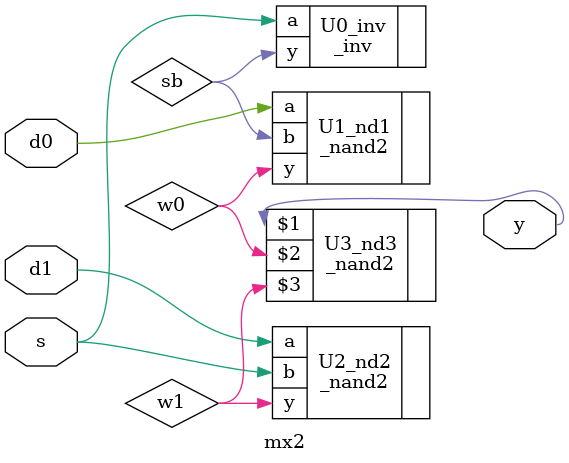
<source format=v>
module mx2(d0, d1, s, y);
	input d0, d1;
	input s;
	output y;
	wire sb, w0, w1;
	
	//instances of inverter and nand gate
	_inv U0_inv(.y(sb), .a(s));
	_nand2 U1_nd1 (.y(w0), .a(d0), .b(sb));
	_nand2 U2_nd2 (.y(w1), .a(d1), .b(s));
	_nand2 U3_nd3 (y, w0, w1);
	
endmodule 
</source>
